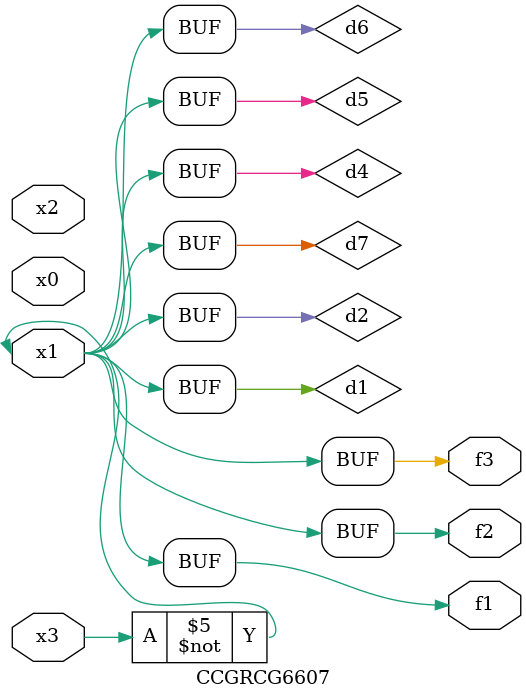
<source format=v>
module CCGRCG6607(
	input x0, x1, x2, x3,
	output f1, f2, f3
);

	wire d1, d2, d3, d4, d5, d6, d7;

	not (d1, x3);
	buf (d2, x1);
	xnor (d3, d1, d2);
	nor (d4, d1);
	buf (d5, d1, d2);
	buf (d6, d4, d5);
	nand (d7, d4);
	assign f1 = d6;
	assign f2 = d7;
	assign f3 = d6;
endmodule

</source>
